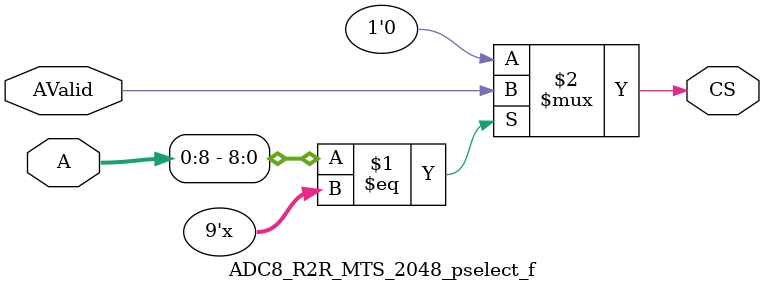
<source format=v>
`timescale 1 ps/1 ps

module ADC8_R2R_MTS_2048_pselect_f ( A, AValid, CS) ;

parameter C_AB  = 9;
parameter C_AW  = 32;
parameter [0:C_AW - 1] C_BAR =  'bz;
parameter C_FAMILY  = "nofamily";
input[0:C_AW-1] A; 
input AValid; 
output CS; 
wire CS;
parameter [0:C_AB-1]BAR = C_BAR[0:C_AB-1];

//----------------------------------------------------------------------------
// Build a behavioral decoder
//----------------------------------------------------------------------------
generate
if (C_AB > 0) begin : XST_WA
assign CS = (A[0:C_AB - 1] == BAR[0:C_AB - 1]) ? AValid : 1'b0 ;
end
endgenerate

generate
if (C_AB == 0) begin : PASS_ON_GEN
assign CS = AValid ;
end
endgenerate
endmodule

</source>
